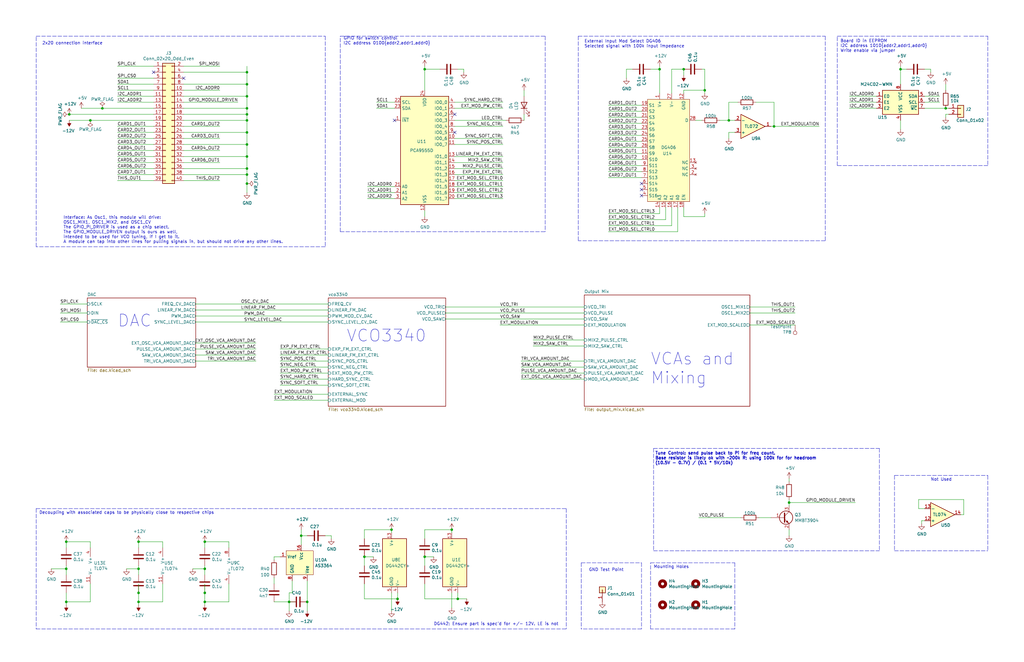
<source format=kicad_sch>
(kicad_sch (version 20230121) (generator eeschema)
  (paper "B")
  (title_block (title "Zoxnoxious 3340 Oscillator") (date "2025-02-06") (rev "0.9") (company "Zoxnoxious Engineering"))
  (junction (at 297.18 38.1))
  (junction (at 104.14 60.96))
  (junction (at 104.14 50.8))
  (junction (at 43.18 45.72))
  (junction (at 29.21 48.26))
  (junction (at 104.14 40.64))
  (junction (at 27.94 228.6))
  (junction (at 165.1 223.52))
  (junction (at 288.29 29.21))
  (junction (at 27.94 254))
  (junction (at 153.67 234.95))
  (junction (at 179.07 234.95))
  (junction (at 127 226.06))
  (junction (at 179.07 29.21))
  (junction (at 104.14 73.66))
  (junction (at 86.36 254))
  (junction (at 379.73 29.21))
  (junction (at 86.36 240.03))
  (junction (at 104.14 66.04))
  (junction (at 58.42 250.19))
  (junction (at 104.14 77.47))
  (junction (at 167.64 252.73))
  (junction (at 58.42 254))
  (junction (at 58.42 240.03))
  (junction (at 104.14 48.26))
  (junction (at 332.74 212.09))
  (junction (at 398.78 45.72))
  (junction (at 193.04 252.73))
  (junction (at 129.54 254))
  (junction (at 38.1 50.8))
  (junction (at 104.14 55.88))
  (junction (at 104.14 45.72))
  (junction (at 27.94 240.03))
  (junction (at 104.14 35.56))
  (junction (at 58.42 228.6))
  (junction (at 86.36 250.19))
  (junction (at 86.36 228.6))
  (junction (at 307.34 50.8))
  (junction (at 190.5 223.52))
  (junction (at 104.14 71.12))
  (junction (at 326.39 53.34))
  (junction (at 104.14 30.48))
  (junction (at 121.92 254))
  (junction (at 278.13 29.21))
  (no_connect (at 191.77 48.26))
  (no_connect (at 166.37 50.8))
  (no_connect (at 77.47 33.02))
  (no_connect (at 270.51 80.01))
  (no_connect (at 191.77 55.88))
  (no_connect (at 64.77 30.48))
  (no_connect (at 270.51 82.55))
  (no_connect (at 270.51 77.47))
  (wire (pts (xy 58.42 228.6) (xy 68.58 228.6)))
  (polyline (pts (xy 274.32 237.49) (xy 309.88 237.49)) (stroke (width 0) (type dash)))
  (wire (pts (xy 191.77 45.72) (xy 212.09 45.72)))
  (polyline (pts (xy 416.56 15.24) (xy 416.56 69.85)) (stroke (width 0) (type dash)))
  (wire (pts (xy 27.94 238.76) (xy 27.94 240.03)))
  (wire (pts (xy 138.43 149.86) (xy 118.11 149.86)))
  (polyline (pts (xy 275.59 232.41) (xy 370.84 232.41)) (stroke (width 0) (type dash)))
  (wire (pts (xy 64.77 68.58) (xy 49.53 68.58)))
  (wire (pts (xy 104.14 60.96) (xy 104.14 66.04)))
  (polyline (pts (xy 416.56 200.66) (xy 416.56 232.41)) (stroke (width 0) (type dash)))
  (wire (pts (xy 288.29 29.21) (xy 288.29 31.75)))
  (wire (pts (xy 38.1 254) (xy 27.94 254)))
  (polyline (pts (xy 353.06 69.85) (xy 353.06 15.24)) (stroke (width 0) (type dash)))
  (wire (pts (xy 389.89 29.21) (xy 392.43 29.21)))
  (wire (pts (xy 77.47 48.26) (xy 104.14 48.26)))
  (wire (pts (xy 64.77 50.8) (xy 38.1 50.8)))
  (wire (pts (xy 153.67 234.95) (xy 157.48 234.95)))
  (wire (pts (xy 264.16 29.21) (xy 266.7 29.21)))
  (wire (pts (xy 191.77 43.18) (xy 212.09 43.18)))
  (wire (pts (xy 92.71 58.42) (xy 77.47 58.42)))
  (wire (pts (xy 389.89 219.71) (xy 388.62 219.71)))
  (wire (pts (xy 115.57 243.84) (xy 115.57 246.38)))
  (wire (pts (xy 320.04 218.44) (xy 325.12 218.44)))
  (wire (pts (xy 379.73 50.8) (xy 379.73 54.61)))
  (polyline (pts (xy 377.19 200.66) (xy 377.19 232.41)) (stroke (width 0) (type dash)))
  (wire (pts (xy 49.53 60.96) (xy 64.77 60.96)))
  (wire (pts (xy 179.07 29.21) (xy 179.07 38.1)))
  (wire (pts (xy 49.53 76.2) (xy 64.77 76.2)))
  (wire (pts (xy 68.58 231.14) (xy 68.58 228.6)))
  (wire (pts (xy 392.43 30.48) (xy 392.43 29.21)))
  (wire (pts (xy 49.53 58.42) (xy 64.77 58.42)))
  (polyline (pts (xy 143.51 15.24) (xy 229.87 15.24)) (stroke (width 0) (type dash)))
  (wire (pts (xy 187.96 132.08) (xy 246.38 132.08)))
  (wire (pts (xy 220.98 48.26) (xy 220.98 50.8)))
  (wire (pts (xy 389.89 43.18) (xy 396.24 43.18)))
  (wire (pts (xy 153.67 223.52) (xy 165.1 223.52)))
  (wire (pts (xy 190.5 250.19) (xy 190.5 256.54)))
  (wire (pts (xy 77.47 40.64) (xy 104.14 40.64)))
  (polyline (pts (xy 377.19 200.66) (xy 416.56 200.66)) (stroke (width 0) (type dash)))
  (wire (pts (xy 82.55 128.27) (xy 138.43 128.27)))
  (wire (pts (xy 179.07 246.38) (xy 179.07 252.73)))
  (wire (pts (xy 256.54 62.23) (xy 270.51 62.23)))
  (wire (pts (xy 138.43 154.94) (xy 118.11 154.94)))
  (wire (pts (xy 191.77 71.12) (xy 212.09 71.12)))
  (wire (pts (xy 92.71 76.2) (xy 77.47 76.2)))
  (wire (pts (xy 256.54 95.25) (xy 283.21 95.25)))
  (wire (pts (xy 38.1 50.8) (xy 29.21 50.8)))
  (wire (pts (xy 288.29 91.44) (xy 297.18 91.44)))
  (wire (pts (xy 138.43 152.4) (xy 118.11 152.4)))
  (polyline (pts (xy 270.51 237.49) (xy 270.51 265.43)) (stroke (width 0) (type dash)))
  (wire (pts (xy 96.52 231.14) (xy 96.52 228.6)))
  (wire (pts (xy 58.42 254) (xy 58.42 250.19)))
  (wire (pts (xy 191.77 50.8) (xy 213.36 50.8)))
  (wire (pts (xy 139.7 226.06) (xy 139.7 227.33)))
  (wire (pts (xy 220.98 38.1) (xy 220.98 40.64)))
  (wire (pts (xy 127 226.06) (xy 129.54 226.06)))
  (polyline (pts (xy 15.24 104.14) (xy 15.24 15.24)) (stroke (width 0) (type dash)))
  (polyline (pts (xy 309.88 237.49) (xy 309.88 265.43)) (stroke (width 0) (type dash)))
  (polyline (pts (xy 245.11 237.49) (xy 270.51 237.49)) (stroke (width 0) (type dash)))
  (wire (pts (xy 283.21 29.21) (xy 288.29 29.21)))
  (wire (pts (xy 104.14 55.88) (xy 104.14 60.96)))
  (wire (pts (xy 58.42 240.03) (xy 53.34 240.03)))
  (wire (pts (xy 92.71 53.34) (xy 77.47 53.34)))
  (polyline (pts (xy 238.76 214.63) (xy 238.76 265.43)) (stroke (width 0) (type dash)))
  (wire (pts (xy 166.37 43.18) (xy 158.75 43.18)))
  (wire (pts (xy 179.07 234.95) (xy 182.88 234.95)))
  (wire (pts (xy 369.57 40.64) (xy 358.14 40.64)))
  (wire (pts (xy 246.38 160.02) (xy 219.71 160.02)))
  (wire (pts (xy 325.12 53.34) (xy 326.39 53.34)))
  (wire (pts (xy 191.77 68.58) (xy 212.09 68.58)))
  (wire (pts (xy 398.78 35.56) (xy 398.78 38.1)))
  (wire (pts (xy 58.42 238.76) (xy 58.42 240.03)))
  (polyline (pts (xy 274.32 265.43) (xy 274.32 237.49)) (stroke (width 0) (type dash)))
  (wire (pts (xy 224.79 146.05) (xy 246.38 146.05)))
  (wire (pts (xy 382.27 29.21) (xy 379.73 29.21)))
  (wire (pts (xy 86.36 240.03) (xy 81.28 240.03)))
  (wire (pts (xy 77.47 55.88) (xy 104.14 55.88)))
  (wire (pts (xy 104.14 40.64) (xy 104.14 45.72)))
  (wire (pts (xy 179.07 234.95) (xy 179.07 238.76)))
  (wire (pts (xy 379.73 27.94) (xy 379.73 29.21)))
  (wire (pts (xy 332.74 210.82) (xy 332.74 212.09)))
  (wire (pts (xy 293.37 50.8) (xy 295.91 50.8)))
  (wire (pts (xy 166.37 78.74) (xy 154.94 78.74)))
  (wire (pts (xy 49.53 33.02) (xy 64.77 33.02)))
  (wire (pts (xy 86.36 240.03) (xy 86.36 242.57)))
  (wire (pts (xy 191.77 78.74) (xy 212.09 78.74)))
  (polyline (pts (xy 275.59 189.23) (xy 275.59 232.41)) (stroke (width 0) (type dash)))
  (wire (pts (xy 326.39 53.34) (xy 345.44 53.34)))
  (wire (pts (xy 307.34 55.88) (xy 307.34 58.42)))
  (wire (pts (xy 379.73 35.56) (xy 379.73 29.21)))
  (polyline (pts (xy 15.24 214.63) (xy 238.76 214.63)) (stroke (width 0) (type dash)))
  (wire (pts (xy 256.54 92.71) (xy 280.67 92.71)))
  (wire (pts (xy 82.55 152.4) (xy 107.95 152.4)))
  (wire (pts (xy 36.83 132.08) (xy 25.4 132.08)))
  (wire (pts (xy 283.21 29.21) (xy 283.21 39.37)))
  (wire (pts (xy 77.47 50.8) (xy 104.14 50.8)))
  (polyline (pts (xy 137.16 15.24) (xy 137.16 104.14)) (stroke (width 0) (type dash)))
  (wire (pts (xy 153.67 227.33) (xy 153.67 223.52)))
  (wire (pts (xy 82.55 133.35) (xy 138.43 133.35)))
  (wire (pts (xy 77.47 45.72) (xy 104.14 45.72)))
  (wire (pts (xy 311.15 43.18) (xy 307.34 43.18)))
  (wire (pts (xy 256.54 90.17) (xy 278.13 90.17)))
  (wire (pts (xy 115.57 168.91) (xy 138.43 168.91)))
  (wire (pts (xy 264.16 29.21) (xy 264.16 33.02)))
  (wire (pts (xy 104.14 73.66) (xy 104.14 77.47)))
  (wire (pts (xy 256.54 57.15) (xy 270.51 57.15)))
  (wire (pts (xy 285.75 97.79) (xy 285.75 87.63)))
  (wire (pts (xy 278.13 90.17) (xy 278.13 87.63)))
  (wire (pts (xy 179.07 27.94) (xy 179.07 29.21)))
  (wire (pts (xy 256.54 64.77) (xy 270.51 64.77)))
  (wire (pts (xy 398.78 45.72) (xy 400.05 45.72)))
  (wire (pts (xy 307.34 43.18) (xy 307.34 50.8)))
  (polyline (pts (xy 347.98 15.24) (xy 347.98 101.6)) (stroke (width 0) (type dash)))
  (wire (pts (xy 64.77 35.56) (xy 49.53 35.56)))
  (wire (pts (xy 187.96 134.62) (xy 246.38 134.62)))
  (wire (pts (xy 96.52 246.38) (xy 96.52 254)))
  (wire (pts (xy 96.52 254) (xy 86.36 254)))
  (wire (pts (xy 77.47 60.96) (xy 104.14 60.96)))
  (wire (pts (xy 389.89 214.63) (xy 387.35 214.63)))
  (wire (pts (xy 64.77 45.72) (xy 43.18 45.72)))
  (wire (pts (xy 77.47 27.94) (xy 92.71 27.94)))
  (wire (pts (xy 288.29 38.1) (xy 297.18 38.1)))
  (wire (pts (xy 193.04 29.21) (xy 195.58 29.21)))
  (polyline (pts (xy 143.51 97.79) (xy 229.87 97.79)) (stroke (width 0) (type dash)))
  (wire (pts (xy 127 226.06) (xy 127 229.87)))
  (wire (pts (xy 58.42 240.03) (xy 58.42 242.57)))
  (wire (pts (xy 191.77 60.96) (xy 212.09 60.96)))
  (polyline (pts (xy 353.06 15.24) (xy 405.13 15.24)) (stroke (width 0) (type dash)))
  (wire (pts (xy 77.47 43.18) (xy 100.33 43.18)))
  (wire (pts (xy 121.92 250.19) (xy 123.19 250.19)))
  (polyline (pts (xy 347.98 101.6) (xy 243.84 101.6)) (stroke (width 0) (type dash)))
  (wire (pts (xy 307.34 50.8) (xy 309.88 50.8)))
  (wire (pts (xy 27.94 228.6) (xy 38.1 228.6)))
  (polyline (pts (xy 143.51 97.79) (xy 143.51 15.24)) (stroke (width 0) (type dash)))
  (wire (pts (xy 369.57 43.18) (xy 358.14 43.18)))
  (wire (pts (xy 283.21 95.25) (xy 283.21 87.63)))
  (wire (pts (xy 104.14 35.56) (xy 104.14 40.64)))
  (wire (pts (xy 64.77 73.66) (xy 49.53 73.66)))
  (wire (pts (xy 179.07 88.9) (xy 179.07 91.44)))
  (wire (pts (xy 191.77 58.42) (xy 212.09 58.42)))
  (wire (pts (xy 115.57 254) (xy 121.92 254)))
  (wire (pts (xy 297.18 39.37) (xy 297.18 38.1)))
  (wire (pts (xy 256.54 67.31) (xy 270.51 67.31)))
  (wire (pts (xy 246.38 152.4) (xy 219.71 152.4)))
  (wire (pts (xy 256.54 49.53) (xy 270.51 49.53)))
  (polyline (pts (xy 137.16 104.14) (xy 15.24 104.14)) (stroke (width 0) (type dash)))
  (wire (pts (xy 179.07 227.33) (xy 179.07 223.52)))
  (wire (pts (xy 193.04 252.73) (xy 193.04 250.19)))
  (wire (pts (xy 77.47 66.04) (xy 104.14 66.04)))
  (wire (pts (xy 36.83 128.27) (xy 25.4 128.27)))
  (wire (pts (xy 195.58 30.48) (xy 195.58 29.21)))
  (wire (pts (xy 191.77 76.2) (xy 212.09 76.2)))
  (wire (pts (xy 280.67 92.71) (xy 280.67 87.63)))
  (wire (pts (xy 77.47 71.12) (xy 104.14 71.12)))
  (wire (pts (xy 256.54 69.85) (xy 270.51 69.85)))
  (polyline (pts (xy 377.19 232.41) (xy 416.56 232.41)) (stroke (width 0) (type dash)))
  (wire (pts (xy 38.1 246.38) (xy 38.1 254)))
  (wire (pts (xy 316.23 132.08) (xy 335.28 132.08)))
  (wire (pts (xy 256.54 97.79) (xy 285.75 97.79)))
  (polyline (pts (xy 245.11 237.49) (xy 245.11 265.43)) (stroke (width 0) (type dash)))
  (wire (pts (xy 77.47 30.48) (xy 104.14 30.48)))
  (wire (pts (xy 387.35 210.82) (xy 406.4 210.82)))
  (wire (pts (xy 191.77 53.34) (xy 212.09 53.34)))
  (wire (pts (xy 297.18 38.1) (xy 297.18 29.21)))
  (wire (pts (xy 38.1 231.14) (xy 38.1 228.6)))
  (wire (pts (xy 389.89 45.72) (xy 398.78 45.72)))
  (polyline (pts (xy 405.13 69.85) (xy 353.06 69.85)) (stroke (width 0) (type dash)))
  (wire (pts (xy 127 223.52) (xy 127 226.06)))
  (polyline (pts (xy 270.51 265.43) (xy 245.11 265.43)) (stroke (width 0) (type dash)))
  (wire (pts (xy 27.94 228.6) (xy 27.94 231.14)))
  (wire (pts (xy 104.14 71.12) (xy 104.14 73.66)))
  (wire (pts (xy 288.29 39.37) (xy 288.29 38.1)))
  (wire (pts (xy 297.18 29.21) (xy 295.91 29.21)))
  (polyline (pts (xy 243.84 15.24) (xy 243.84 101.6)) (stroke (width 0) (type dash)))
  (wire (pts (xy 64.77 71.12) (xy 49.53 71.12)))
  (wire (pts (xy 104.14 77.47) (xy 104.14 81.28)))
  (wire (pts (xy 49.53 40.64) (xy 64.77 40.64)))
  (wire (pts (xy 121.92 254) (xy 121.92 250.19)))
  (wire (pts (xy 256.54 74.93) (xy 270.51 74.93)))
  (polyline (pts (xy 15.24 15.24) (xy 137.16 15.24)) (stroke (width 0) (type dash)))
  (wire (pts (xy 115.57 236.22) (xy 115.57 234.95)))
  (wire (pts (xy 191.77 73.66) (xy 212.09 73.66)))
  (wire (pts (xy 332.74 212.09) (xy 360.68 212.09)))
  (wire (pts (xy 92.71 38.1) (xy 77.47 38.1)))
  (wire (pts (xy 224.79 143.51) (xy 246.38 143.51)))
  (wire (pts (xy 256.54 72.39) (xy 270.51 72.39)))
  (wire (pts (xy 318.77 43.18) (xy 326.39 43.18)))
  (wire (pts (xy 82.55 135.89) (xy 138.43 135.89)))
  (wire (pts (xy 86.36 254) (xy 86.36 250.19)))
  (wire (pts (xy 185.42 29.21) (xy 179.07 29.21)))
  (wire (pts (xy 256.54 59.69) (xy 270.51 59.69)))
  (wire (pts (xy 104.14 66.04) (xy 104.14 71.12)))
  (wire (pts (xy 49.53 27.94) (xy 64.77 27.94)))
  (wire (pts (xy 167.64 252.73) (xy 167.64 250.19)))
  (wire (pts (xy 388.62 219.71) (xy 388.62 220.98)))
  (wire (pts (xy 398.78 48.26) (xy 400.05 48.26)))
  (wire (pts (xy 256.54 46.99) (xy 270.51 46.99)))
  (wire (pts (xy 64.77 66.04) (xy 49.53 66.04)))
  (polyline (pts (xy 309.88 265.43) (xy 274.32 265.43)) (stroke (width 0) (type dash)))
  (wire (pts (xy 256.54 54.61) (xy 270.51 54.61)))
  (polyline (pts (xy 229.87 15.24) (xy 229.87 97.79)) (stroke (width 0) (type dash)))
  (wire (pts (xy 64.77 43.18) (xy 49.53 43.18)))
  (polyline (pts (xy 243.84 15.24) (xy 347.98 15.24)) (stroke (width 0) (type dash)))
  (wire (pts (xy 153.67 252.73) (xy 167.64 252.73)))
  (wire (pts (xy 278.13 29.21) (xy 278.13 39.37)))
  (wire (pts (xy 27.94 254) (xy 27.94 250.19)))
  (wire (pts (xy 187.96 129.54) (xy 246.38 129.54)))
  (polyline (pts (xy 275.59 189.23) (xy 370.84 189.23)) (stroke (width 0) (type dash)))
  (wire (pts (xy 138.43 147.32) (xy 118.11 147.32)))
  (wire (pts (xy 332.74 212.09) (xy 332.74 213.36)))
  (wire (pts (xy 288.29 87.63) (xy 288.29 91.44)))
  (wire (pts (xy 332.74 223.52) (xy 332.74 226.06)))
  (wire (pts (xy 115.57 234.95) (xy 118.11 234.95)))
  (polyline (pts (xy 406.4 15.24) (xy 416.56 15.24)) (stroke (width 0) (type dash)))
  (wire (pts (xy 68.58 246.38) (xy 68.58 254)))
  (wire (pts (xy 43.18 45.72) (xy 34.29 45.72)))
  (wire (pts (xy 104.14 48.26) (xy 104.14 50.8)))
  (wire (pts (xy 104.14 27.94) (xy 104.14 30.48)))
  (wire (pts (xy 191.77 81.28) (xy 212.09 81.28)))
  (wire (pts (xy 405.13 217.17) (xy 406.4 217.17)))
  (wire (pts (xy 118.11 160.02) (xy 138.43 160.02)))
  (wire (pts (xy 27.94 255.27) (xy 27.94 254)))
  (wire (pts (xy 86.36 228.6) (xy 96.52 228.6)))
  (wire (pts (xy 406.4 210.82) (xy 406.4 217.17)))
  (wire (pts (xy 153.67 246.38) (xy 153.67 252.73)))
  (wire (pts (xy 316.23 129.54) (xy 335.28 129.54)))
  (wire (pts (xy 64.77 53.34) (xy 49.53 53.34)))
  (wire (pts (xy 77.47 35.56) (xy 104.14 35.56)))
  (wire (pts (xy 309.88 55.88) (xy 307.34 55.88)))
  (polyline (pts (xy 15.24 265.43) (xy 238.76 265.43)) (stroke (width 0) (type dash)))
  (wire (pts (xy 396.24 40.64) (xy 389.89 40.64)))
  (wire (pts (xy 118.11 157.48) (xy 138.43 157.48)))
  (wire (pts (xy 64.77 48.26) (xy 29.21 48.26)))
  (wire (pts (xy 129.54 245.11) (xy 129.54 254)))
  (wire (pts (xy 294.64 218.44) (xy 312.42 218.44)))
  (polyline (pts (xy 416.56 69.85) (xy 405.13 69.85)) (stroke (width 0) (type dash)))
  (wire (pts (xy 332.74 201.93) (xy 332.74 203.2)))
  (wire (pts (xy 104.14 30.48) (xy 104.14 35.56)))
  (wire (pts (xy 121.92 254) (xy 121.92 257.81)))
  (wire (pts (xy 158.75 45.72) (xy 166.37 45.72)))
  (wire (pts (xy 82.55 144.78) (xy 107.95 144.78)))
  (wire (pts (xy 92.71 63.5) (xy 77.47 63.5)))
  (wire (pts (xy 82.55 130.81) (xy 138.43 130.81)))
  (wire (pts (xy 86.36 255.27) (xy 86.36 254)))
  (wire (pts (xy 58.42 255.27) (xy 58.42 254)))
  (wire (pts (xy 129.54 254) (xy 129.54 257.81)))
  (wire (pts (xy 77.47 68.58) (xy 92.71 68.58)))
  (wire (pts (xy 166.37 81.28) (xy 154.94 81.28)))
  (polyline (pts (xy 15.24 214.63) (xy 15.24 265.43)) (stroke (width 0) (type dash)))
  (wire (pts (xy 297.18 90.17) (xy 297.18 91.44)))
  (wire (pts (xy 27.94 240.03) (xy 27.94 242.57)))
  (wire (pts (xy 191.77 66.04) (xy 212.09 66.04)))
  (wire (pts (xy 210.82 137.16) (xy 246.38 137.16)))
  (wire (pts (xy 190.5 223.52) (xy 190.5 224.79)))
  (wire (pts (xy 387.35 214.63) (xy 387.35 210.82)))
  (polyline (pts (xy 370.84 189.23) (xy 370.84 232.41)) (stroke (width 0) (type dash)))
  (wire (pts (xy 58.42 246.38) (xy 58.42 250.19)))
  (wire (pts (xy 179.07 252.73) (xy 193.04 252.73)))
  (wire (pts (xy 77.47 73.66) (xy 104.14 73.66)))
  (wire (pts (xy 278.13 29.21) (xy 278.13 27.94)))
  (wire (pts (xy 165.1 223.52) (xy 165.1 224.79)))
  (wire (pts (xy 165.1 250.19) (xy 165.1 257.81)))
  (wire (pts (xy 398.78 49.53) (xy 398.78 48.26)))
  (wire (pts (xy 86.36 246.38) (xy 86.36 250.19)))
  (wire (pts (xy 256.54 44.45) (xy 270.51 44.45)))
  (wire (pts (xy 246.38 157.48) (xy 219.71 157.48)))
  (wire (pts (xy 25.4 135.89) (xy 36.83 135.89)))
  (wire (pts (xy 49.53 55.88) (xy 64.77 55.88)))
  (wire (pts (xy 326.39 43.18) (xy 326.39 53.34)))
  (wire (pts (xy 179.07 223.52) (xy 190.5 223.52)))
  (wire (pts (xy 274.32 29.21) (xy 278.13 29.21)))
  (wire (pts (xy 104.14 45.72) (xy 104.14 48.26)))
  (wire (pts (xy 115.57 166.37) (xy 138.43 166.37)))
  (wire (pts (xy 86.36 238.76) (xy 86.36 240.03)))
  (wire (pts (xy 68.58 254) (xy 58.42 254)))
  (wire (pts (xy 104.14 50.8) (xy 104.14 55.88)))
  (wire (pts (xy 137.16 226.06) (xy 139.7 226.06)))
  (wire (pts (xy 303.53 50.8) (xy 307.34 50.8)))
  (wire (pts (xy 256.54 52.07) (xy 270.51 52.07)))
  (wire (pts (xy 196.85 252.73) (xy 193.04 252.73)))
  (wire (pts (xy 49.53 38.1) (xy 64.77 38.1)))
  (wire (pts (xy 21.59 240.03) (xy 27.94 240.03)))
  (wire (pts (xy 191.77 83.82) (xy 212.09 83.82)))
  (wire (pts (xy 82.55 147.32) (xy 107.95 147.32)))
  (wire (pts (xy 166.37 83.82) (xy 154.94 83.82)))
  (wire (pts (xy 246.38 154.94) (xy 219.71 154.94)))
  (wire (pts (xy 58.42 231.14) (xy 58.42 228.6)))
  (wire (pts (xy 118.11 162.56) (xy 138.43 162.56)))
  (wire (pts (xy 86.36 231.14) (xy 86.36 228.6)))
  (wire (pts (xy 123.19 250.19) (xy 123.19 245.11)))
  (wire (pts (xy 369.57 45.72) (xy 358.14 45.72)))
  (wire (pts (xy 316.23 137.16) (xy 335.28 137.16)))
  (wire (pts (xy 153.67 234.95) (xy 153.67 238.76)))
  (wire (pts (xy 49.53 63.5) (xy 64.77 63.5)))
  (wire (pts (xy 82.55 149.86) (xy 107.95 149.86)))
  (wire (pts (xy 124.46 254) (xy 121.92 254)))
  (text "Tune Control: send pulse back to Pi for freq count.\nBase resistor is likely ok with ~200k R; using 100k for for headroom\n(10.5V - 0.7V) / (0.1 * 5V/10k)" (at 276.225 196.215 0) (effects (font (size 1.27 1.27) (thickness 0.254) bold) (justify left bottom)))
  (text "External Input Mod Select DG406\nSelected signal with 100k input impedance" (at 246.38 20.32 0) (effects (font (size 1.27 1.27)) (justify left bottom)))
  (text "Decoupling with associated caps to be physically close to respective chips" (at 16.51 217.17 0) (effects (font (size 1.27 1.27)) (justify left bottom)))
  (text "DG442: Ensure part is spec’d for +/- 12V. LE is not" (at 182.88 264.16 0) (effects (font (size 1.27 1.27)) (justify left bottom)))
  (text "2x20 connection interface" (at 17.78 19.05 0) (effects (font (size 1.27 1.27)) (justify left bottom)))
  (text "VCO3340" (at 146.05 144.78 0) (effects (font (size 5.0038 5.0038)) (justify left bottom)))
  (text "VCAs and\nMixing" (at 274.32 162.56 0) (effects (font (size 5.0038 5.0038)) (justify left bottom)))
  (text "GPIO for switch control\nI2C address 0100{addr2,addr1,addr0}" (at 144.78 19.05 0) (effects (font (size 1.27 1.27)) (justify left bottom)))
  (text "Not Used" (at 392.43 203.2 0) (effects (font (size 1.27 1.27)) (justify left bottom)))
  (text "Mounting Holes" (at 275.59 240.03 0) (effects (font (size 1.27 1.27)) (justify left bottom)))
  (text "GND Test Point" (at 248.285 241.3 0) (effects (font (size 1.27 1.27)) (justify left bottom)))
  (text "Board ID in EEPROM\nI2C address 1010{addr2,addr1,addr0}\nWrite enable via jumper" (at 354.33 22.225 0) (effects (font (size 1.27 1.27)) (justify left bottom)))
  (text "Interface: As Osc1, this module will drive:\nOSC1_MIX1, OSC1_MIX2, and OSC1_CV\nThe GPIO_PI_DRIVER is used as a chip select.\nThe GPIO_MODULE_DRIVEN output is ours as well,\nintended to be used for VCO tuning, if I get to it.\nA module can tap into other lines for pulling signals in, but should not drive any other lines." (at 26.67 102.87 0) (effects (font (size 1.27 1.27)) (justify left bottom)))
  (text "DAC" (at 49.53 138.43 0) (effects (font (size 5.0038 5.0038)) (justify left bottom)))
  (label "EXT_MOD_SEL_CTRL1" (at 256.54 95.25 0))
  (label "SPI_MOSI" (at 25.4 132.08 0))
  (label "TRI_VCA_AMOUNT_DAC" (at 107.95 152.4 180))
  (label "CARD3_OUT1" (at 92.71 58.42 180))
  (label "LINEAR_FM_DAC" (at 101.6 130.81 0))
  (label "SPI_CS0" (at 25.4 135.89 0))
  (label "CARD4_OUT2" (at 256.54 62.23 0))
  (label "GPIO_MODULE_DRIVEN" (at 360.68 212.09 180))
  (label "EXT_MOD_PW_CTRL" (at 118.11 157.48 0))
  (label "TRI_VCA_AMOUNT_DAC" (at 219.71 152.4 0))
  (label "SCL1" (at 49.53 38.1 0))
  (label "VCO_PULSE" (at 210.82 132.08 0))
  (label "CARD5_OUT1" (at 256.54 64.77 0))
  (label "CARD1_OUT2" (at 92.71 53.34 180))
  (label "EXT_MOD_SEL_CTRL1" (at 212.09 78.74 180))
  (label "SAW_VCA_AMOUNT_DAC" (at 219.71 154.94 0))
  (label "PWM_DAC" (at 102.87 133.35 0))
  (label "SYNC_NEG_CTRL" (at 118.11 154.94 0))
  (label "CARD2_OUT1" (at 256.54 49.53 0))
  (label "EXT_MOD_SEL_CTRL0" (at 212.09 76.2 180))
  (label "CARD5_OUT2" (at 49.53 68.58 0))
  (label "LED_CTRL" (at 212.09 50.8 180))
  (label "EXT_MODULATION" (at 115.57 166.37 0))
  (label "EXT_OSC_VCA_AMOUNT_DAC" (at 107.95 144.78 180))
  (label "CARD2_OUT1" (at 49.53 55.88 0))
  (label "EXT_MODULATION" (at 345.44 53.34 180))
  (label "MIX2_PULSE_CTRL" (at 224.79 143.51 0))
  (label "CARD7_OUT1" (at 256.54 74.93 0))
  (label "EXT_MOD_SEL_CTRL3" (at 256.54 90.17 0))
  (label "MIX2_SAW_CTRL" (at 212.09 68.58 180))
  (label "I2C_ADDR0" (at 358.14 40.64 0))
  (label "CARD2_OUT2" (at 49.53 58.42 0))
  (label "VCO_PULSE" (at 294.64 218.44 0))
  (label "EXT_MOD_SCALED" (at 335.28 137.16 180))
  (label "CARD6_OUT1" (at 92.71 68.58 180))
  (label "GPIO_MODULE_DRIVEN" (at 100.33 43.18 180))
  (label "I2C_ADDR0" (at 154.94 78.74 0))
  (label "SAW_VCA_AMOUNT_DAC" (at 107.95 149.86 180))
  (label "I2C_ADDR1" (at 358.14 43.18 0))
  (label "CARD3_OUT2" (at 256.54 57.15 0))
  (label "I2C_ADDR0" (at 92.71 38.1 180))
  (label "CARD7_OUT1" (at 49.53 73.66 0))
  (label "SYNC_NEG_CTRL" (at 212.09 53.34 180))
  (label "SDA1" (at 49.53 35.56 0))
  (label "I2C_ADDR2" (at 358.14 45.72 0))
  (label "EXT_MOD_SEL_CTRL2" (at 212.09 81.28 180))
  (label "CARD6_OUT1" (at 256.54 69.85 0))
  (label "CARD5_OUT2" (at 256.54 67.31 0))
  (label "CARD4_OUT2" (at 92.71 63.5 180))
  (label "CARD4_OUT1" (at 49.53 63.5 0))
  (label "MIX2_PULSE_CTRL" (at 212.09 71.12 180))
  (label "VCO_SAW" (at 210.82 134.62 0))
  (label "CARD4_OUT1" (at 256.54 59.69 0))
  (label "EXP_FM_EXT_CTRL" (at 118.11 147.32 0))
  (label "CARD6_OUT2" (at 256.54 72.39 0))
  (label "SYNC_SOFT_CTRL" (at 212.09 58.42 180))
  (label "OSC_CV_DAC" (at 101.6 128.27 0))
  (label "SCL1" (at 158.75 43.18 0))
  (label "EXT_MOD_SEL_CTRL3" (at 212.09 83.82 180))
  (label "EXT_MOD_SEL_CTRL0" (at 256.54 97.79 0))
  (label "SPI_CLK" (at 25.4 128.27 0))
  (label "SDA1" (at 158.75 45.72 0))
  (label "SPI_CS0" (at 49.53 33.02 0))
  (label "THIS_OUT1" (at 49.53 76.2 0))
  (label "SDA1" (at 396.24 40.64 180))
  (label "CARD1_OUT1" (at 256.54 44.45 0))
  (label "LINEAR_FM_EXT_CTRL" (at 212.09 66.04 180))
  (label "LINEAR_FM_EXT_CTRL" (at 118.11 149.86 0))
  (label "SYNC_HARD_CTRL" (at 118.11 160.02 0))
  (label "EXT_OSC_VCA_AMOUNT_DAC" (at 219.71 160.02 0))
  (label "SCL1" (at 396.24 43.18 180))
  (label "SPI_CLK" (at 49.53 27.94 0))
  (label "PULSE_VCA_AMOUNT_DAC" (at 107.95 147.32 180))
  (label "SPI_MOSI" (at 92.71 27.94 180))
  (label "SYNC_HARD_CTRL" (at 212.09 43.18 180))
  (label "EXT_MODULATION" (at 210.82 137.16 0))
  (label "THIS_OUT2" (at 92.71 76.2 180))
  (label "CARD3_OUT1" (at 256.54 54.61 0))
  (label "SYNC_POS_CTRL" (at 212.09 60.96 180))
  (label "EXT_MOD_SCALED" (at 115.57 168.91 0))
  (label "EXT_MOD_SEL_CTRL2" (at 256.54 92.71 0))
  (label "THIS_OUT1" (at 335.28 129.54 180))
  (label "EXP_FM_EXT_CTRL" (at 212.09 73.66 180))
  (label "VCO_TRI" (at 210.82 129.54 0))
  (label "CARD2_OUT2" (at 256.54 52.07 0))
  (label "SYNC_POS_CTRL" (at 118.11 152.4 0))
  (label "PULSE_VCA_AMOUNT_DAC" (at 219.71 157.48 0))
  (label "I2C_ADDR2" (at 154.94 83.82 0))
  (label "SYNC_LEVEL_DAC" (at 102.87 135.89 0))
  (label "CARD6_OUT2" (at 49.53 71.12 0))
  (label "EXT_MOD_PW_CTRL" (at 212.09 45.72 180))
  (label "I2C_ADDR1" (at 49.53 40.64 0))
  (label "I2C_ADDR1" (at 154.94 81.28 0))
  (label "CARD1_OUT2" (at 256.54 46.99 0))
  (label "CARD1_OUT1" (at 49.53 53.34 0))
  (label "THIS_OUT2" (at 335.28 132.08 180))
  (label "CARD3_OUT2" (at 49.53 60.96 0))
  (label "MIX2_SAW_CTRL" (at 224.79 146.05 0))
  (label "CARD5_OUT1" (at 49.53 66.04 0))
  (label "SYNC_SOFT_CTRL" (at 118.11 162.56 0))
  (label "I2C_ADDR2" (at 49.53 43.18 0))
  (symbol (lib_id "power:GND") (at 179.07 91.44 0) (unit 1)
    (property "Reference" "#PWR027" (effects hide))
    (property "Value" "GND" (at 179.197 95.8342 0))
  )
  (symbol (lib_id "Device:C") (at 189.23 29.21 270) (unit 1)
    (property "Reference" "C48" (at 190.3984 32.131 0) (effects (justify left)))
    (property "Value" "0.1u" (at 188.087 32.131 0) (effects (justify left)))
    (property "Footprint" "Capacitor_SMD:C_0603_1608Metric" (effects hide))
    (property "LCSC" "C14663" (effects hide))
  )
  (symbol (lib_id "power:GND") (at 195.58 30.48 0) (unit 1)
    (property "Reference" "#PWR028" (effects hide))
    (property "Value" "GND" (at 195.707 34.8742 0))
  )
  (symbol (lib_id "Interface_Expansion:PCA9555D") (at 179.07 63.5 0) (unit 1)
    (property "Reference" "U11" (at 177.8 59.69 0))
    (property "Value" "PCA9555D" (at 177.8 63.5 0))
    (property "Footprint" "Package_SO:TSSOP-24_4.4x7.8mm_P0.65mm" (effects hide))
    (property "Datasheet" "https://www.nxp.com/docs/en/data-sheet/PCA9555.pdf" (effects hide))
    (property "LCSC" "C83265" (effects hide))
  )
  (symbol (lib_id "power:+5V") (at 332.74 201.93 0) (unit 1)
    (property "Reference" "#PWR037" (effects hide))
    (property "Value" "+5V" (at 333.121 197.5358 0))
  )
  (symbol (lib_id "Connector_Generic:Conn_02x20_Odd_Even") (at 69.85 50.8 0) (unit 1)
    (property "Reference" "J3" (at 71.12 22.4282 0))
    (property "Value" "Conn_02x20_Odd_Even" (at 71.12 24.7396 0))
    (property "Footprint" "Connector_PinHeader_2.54mm:PinHeader_2x20_P2.54mm_Horizontal" (effects hide))
  )
  (symbol (lib_id "power:GND") (at 104.14 81.28 0) (unit 1)
    (property "Reference" "#PWR0118" (effects hide))
    (property "Value" "GND" (at 104.267 85.6742 0))
  )
  (symbol (lib_id "power:+5V") (at 34.29 45.72 0) (unit 1)
    (property "Reference" "#PWR0120" (effects hide))
    (property "Value" "+5V" (at 34.671 41.3258 0))
  )
  (symbol (lib_id "power:+12V") (at 29.21 48.26 0) (unit 1)
    (property "Reference" "#PWR0117" (effects hide))
    (property "Value" "+12V" (at 29.591 43.8658 0))
  )
  (symbol (lib_id "power:-12V") (at 29.21 50.8 180) (unit 1)
    (property "Reference" "#PWR0119" (effects hide))
    (property "Value" "-12V" (at 28.829 55.1942 0))
  )
  (symbol (lib_id "power:PWR_FLAG") (at 43.18 45.72 0) (unit 1)
    (property "Reference" "#FLG0101" (effects hide))
    (property "Value" "PWR_FLAG" (at 43.18 41.91 0))
  )
  (symbol (lib_id "power:PWR_FLAG") (at 29.21 48.26 90) (unit 1)
    (property "Reference" "#FLG0102" (effects hide))
    (property "Value" "PWR_FLAG" (at 25.4 48.26 0))
  )
  (symbol (lib_id "power:PWR_FLAG") (at 38.1 50.8 180) (unit 1)
    (property "Reference" "#FLG0103" (effects hide))
    (property "Value" "PWR_FLAG" (at 38.1 54.61 0))
  )
  (symbol (lib_id "power:PWR_FLAG") (at 104.14 77.47 270) (unit 1)
    (property "Reference" "#FLG0104" (effects hide))
    (property "Value" "PWR_FLAG" (at 107.95 77.47 0))
  )
  (symbol (lib_id "power:+5V") (at 179.07 27.94 0) (unit 1)
    (property "Reference" "#PWR026" (effects hide))
    (property "Value" "+5V" (at 179.451 23.5458 0))
  )
  (symbol (lib_id "Device:R") (at 217.17 50.8 270) (unit 1)
    (property "Reference" "R45" (at 217.17 56.0578 90))
    (property "Value" "4k7" (at 217.17 53.7464 90))
    (property "Footprint" "Resistor_SMD:R_0603_1608Metric" (effects hide))
    (property "LCSC" "C23162" (effects hide))
  )
  (symbol (lib_id "Device:LED") (at 220.98 44.45 90) (unit 1)
    (property "Reference" "D4" (at 215.4682 44.6278 0))
    (property "Value" "LED" (at 217.7796 44.6278 0))
    (property "Footprint" "LED_SMD:LED_0603_1608Metric" (effects hide))
    (property "LCSC" "C2286" (effects hide))
  )
  (symbol (lib_id "power:+5V") (at 220.98 38.1 0) (unit 1)
    (property "Reference" "#PWR0112" (effects hide))
    (property "Value" "+5V" (at 221.361 33.7058 0))
  )
  (symbol (lib_id "power:GND") (at 379.73 54.61 0) (unit 1)
    (property "Reference" "#PWR0124" (effects hide))
    (property "Value" "GND" (at 379.857 59.0042 0))
  )
  (symbol (lib_id "power:+5V") (at 379.73 27.94 0) (unit 1)
    (property "Reference" "#PWR0126" (effects hide))
    (property "Value" "+5V" (at 380.111 23.5458 0))
  )
  (symbol (lib_id "Device:C") (at 386.08 29.21 270) (unit 1)
    (property "Reference" "C47" (at 387.2484 32.131 0) (effects (justify left)))
    (property "Value" "0.1u" (at 384.937 32.131 0) (effects (justify left)))
    (property "Footprint" "Capacitor_SMD:C_0603_1608Metric" (effects hide))
    (property "LCSC" "C14663" (effects hide))
  )
  (symbol (lib_id "power:GND") (at 392.43 30.48 0) (unit 1)
    (property "Reference" "#PWR0125" (effects hide))
    (property "Value" "GND" (at 392.557 34.8742 0))
  )
  (symbol (lib_id "Memory_EEPROM:M24C02-WMN") (at 379.73 43.18 0) (unit 1)
    (property "Reference" "U15" (at 372.11 49.53 0))
    (property "Value" "M24C02-WMN" (at 369.57 35.56 0))
    (property "Footprint" "Package_SO:SOIC-8_3.9x4.9mm_P1.27mm" (effects hide))
    (property "Datasheet" "http://www.st.com/content/ccc/resource/technical/document/datasheet/b0/d8/50/40/5a/85/49/6f/DM00071904.pdf/files/DM00071904.pdf/jcr:content/translations/en.DM00071904.pdf" (effects hide))
    (property "LCSC" "C7562" (effects hide))
  )
  (symbol (lib_id "power:GND") (at 398.78 49.53 0) (unit 1)
    (property "Reference" "#PWR08" (effects hide))
    (property "Value" "GND" (at 398.907 53.9242 0))
  )
  (symbol (lib_id "Mechanical:MountingHole") (at 279.4 246.38 0) (unit 1)
    (property "Reference" "H4" (at 281.94 245.2116 0) (effects (justify left)))
    (property "Value" "MountingHole" (at 281.94 247.523 0) (effects (justify left)))
    (property "Footprint" "MountingHole:MountingHole_3.2mm_M3" (effects hide))
  )
  (symbol (lib_id "Mechanical:MountingHole") (at 293.37 246.38 0) (unit 1)
    (property "Reference" "H3" (at 295.91 245.2116 0) (effects (justify left)))
    (property "Value" "MountingHole" (at 295.91 247.523 0) (effects (justify left)))
    (property "Footprint" "MountingHole:MountingHole_3.2mm_M3" (effects hide))
  )
  (symbol (lib_id "Mechanical:MountingHole") (at 293.37 255.27 0) (unit 1)
    (property "Reference" "H1" (at 295.91 254.1016 0) (effects (justify left)))
    (property "Value" "MountingHole" (at 295.91 256.413 0) (effects (justify left)))
    (property "Footprint" "MountingHole:MountingHole_3.2mm_M3" (effects hide))
  )
  (symbol (lib_id "Mechanical:MountingHole") (at 279.4 255.27 0) (unit 1)
    (property "Reference" "H2" (at 281.94 254.1016 0) (effects (justify left)))
    (property "Value" "MountingHole" (at 281.94 256.413 0) (effects (justify left)))
    (property "Footprint" "MountingHole:MountingHole_3.2mm_M3" (effects hide))
  )
  (symbol (lib_id "power:GND") (at 165.1 257.81 0) (unit 1)
    (property "Reference" "#PWR0101" (effects hide))
    (property "Value" "GND" (at 165.227 262.2042 0))
  )
  (symbol (lib_id "power:+12V") (at 165.1 223.52 0) (unit 1)
    (property "Reference" "#PWR0102" (effects hide))
    (property "Value" "+12V" (at 165.481 219.1258 0))
  )
  (symbol (lib_id "power:-12V") (at 167.64 252.73 180) (unit 1)
    (property "Reference" "#PWR0103" (effects hide))
    (property "Value" "-12V" (at 167.259 257.1242 0))
  )
  (symbol (lib_id "Device:C") (at 153.67 231.14 0) (unit 1)
    (property "Reference" "C21" (at 156.591 229.9716 0) (effects (justify left)))
    (property "Value" "0.1u" (at 156.591 232.283 0) (effects (justify left)))
    (property "Footprint" "Capacitor_SMD:C_0603_1608Metric" (effects hide))
    (property "LCSC" "C14663" (effects hide))
  )
  (symbol (lib_id "Device:C") (at 153.67 242.57 0) (unit 1)
    (property "Reference" "C45" (at 156.591 241.4016 0) (effects (justify left)))
    (property "Value" "0.1u" (at 156.591 243.713 0) (effects (justify left)))
    (property "Footprint" "Capacitor_SMD:C_0603_1608Metric" (effects hide))
    (property "LCSC" "C14663" (effects hide))
  )
  (symbol (lib_id "power:GND") (at 157.48 234.95 0) (unit 1)
    (property "Reference" "#PWR0104" (effects hide))
    (property "Value" "GND" (at 157.607 239.3442 0))
  )
  (symbol (lib_id "Analog_Switch:DG441xJ") (at 165.1 237.49 0) (unit 5)
    (property "Reference" "U8" (at 165.1 236.22 0) (effects (justify left)))
    (property "Value" "DG442CY+" (at 162.56 238.76 0) (effects (justify left)))
    (property "Footprint" "Package_SO:SOIC-16_3.9x9.9mm_P1.27mm" (effects hide))
    (property "Datasheet" "https://datasheets.maximintegrated.com/en/ds/DG441-DG442.pdf" (effects hide))
    (property "Digikey" "DG442CY+-ND" (effects hide))
    (property "LCSC" "C2673321" (effects hide))
  )
  (symbol (lib_id "power:GND") (at 190.5 256.54 0) (unit 1)
    (property "Reference" "#PWR0105" (effects hide))
    (property "Value" "GND" (at 190.627 260.9342 0))
  )
  (symbol (lib_id "power:+12V") (at 190.5 223.52 0) (unit 1)
    (property "Reference" "#PWR0106" (effects hide))
    (property "Value" "+12V" (at 190.881 219.1258 0))
  )
  (symbol (lib_id "power:-12V") (at 196.85 252.73 180) (unit 1)
    (property "Reference" "#PWR0107" (effects hide))
    (property "Value" "-12V" (at 196.469 257.1242 0))
  )
  (symbol (lib_id "Device:C") (at 179.07 231.14 0) (unit 1)
    (property "Reference" "C9" (at 181.991 229.9716 0) (effects (justify left)))
    (property "Value" "0.1u" (at 181.991 232.283 0) (effects (justify left)))
    (property "Footprint" "Capacitor_SMD:C_0603_1608Metric" (effects hide))
    (property "LCSC" "C14663" (effects hide))
  )
  (symbol (lib_id "Device:C") (at 179.07 242.57 0) (unit 1)
    (property "Reference" "C19" (at 181.991 241.4016 0) (effects (justify left)))
    (property "Value" "0.1u" (at 181.991 243.713 0) (effects (justify left)))
    (property "Footprint" "Capacitor_SMD:C_0603_1608Metric" (effects hide))
    (property "LCSC" "C14663" (effects hide))
  )
  (symbol (lib_id "power:GND") (at 182.88 234.95 0) (unit 1)
    (property "Reference" "#PWR0108" (effects hide))
    (property "Value" "GND" (at 183.007 239.3442 0))
  )
  (symbol (lib_id "Analog_Switch:DG441xJ") (at 190.5 237.49 0) (unit 5)
    (property "Reference" "U1" (at 190.5 236.22 0) (effects (justify left)))
    (property "Value" "DG442CY+" (at 187.96 238.76 0) (effects (justify left)))
    (property "Footprint" "Package_SO:SOIC-16_3.9x9.9mm_P1.27mm" (effects hide))
    (property "Datasheet" "https://datasheets.maximintegrated.com/en/ds/DG441-DG442.pdf" (effects hide))
    (property "Digikey" "DG442CY+-ND" (effects hide))
    (property "LCSC" "C2673321" (effects hide))
  )
  (symbol (lib_id "power:+5V") (at 297.18 90.17 0) (unit 1)
    (property "Reference" "#PWR07" (effects hide))
    (property "Value" "+5V" (at 297.561 85.7758 0))
  )
  (symbol (lib_id "Device:C") (at 125.73 254 90) (unit 1)
    (property "Reference" "C40" (at 127 250.19 90) (effects (justify left)))
    (property "Value" "0.1u" (at 128.27 257.81 90) (effects (justify left)))
    (property "Footprint" "Capacitor_SMD:C_0603_1608Metric" (effects hide))
    (property "LCSC" "C14663" (effects hide))
  )
  (symbol (lib_id "power:GND") (at 53.34 240.03 0) (unit 1)
    (property "Reference" "#PWR044" (effects hide))
    (property "Value" "GND" (at 53.467 244.4242 0))
  )
  (symbol (lib_id "power:-12V") (at 288.29 31.75 180) (unit 1)
    (property "Reference" "#PWR081" (effects hide))
    (property "Value" "-12V" (at 287.909 36.1442 0))
  )
  (symbol (lib_id "z3340:DG406") (at 281.94 66.04 0) (unit 1)
    (property "Reference" "U14" (at 279.4 64.77 0) (effects (justify left)))
    (property "Value" "DG406" (at 281.94 62.23 0))
    (property "Footprint" "Package_SO:SOIC-28W_7.5x17.9mm_P1.27mm" (effects hide))
    (property "LCSC" "C426318" (effects hide))
  )
  (symbol (lib_id "power:+12V") (at 86.36 228.6 0) (unit 1)
    (property "Reference" "#PWR032" (effects hide))
    (property "Value" "+12V" (at 86.741 224.2058 0))
  )
  (symbol (lib_id "Device:R") (at 332.74 207.01 180) (unit 1)
    (property "Reference" "R48" (at 328.93 205.74 0))
    (property "Value" "10k" (at 328.93 208.28 0))
    (property "Footprint" "Resistor_SMD:R_0603_1608Metric" (effects hide))
    (property "LCSC" "C25804" (effects hide))
  )
  (symbol (lib_id "Amplifier_Operational:TL074") (at 397.51 217.17 0) (mirror x) (unit 4)
    (property "Reference" "U5" (at 398.78 221.615 0))
    (property "Value" "TL074" (at 396.24 217.17 0))
    (property "Footprint" "Package_SO:TSSOP-14_4.4x5mm_P0.65mm" (effects hide))
    (property "Datasheet" "http://www.ti.com/lit/ds/symlink/tl071.pdf" (effects hide))
    (property "LCSC" "C96507" (effects hide))
  )
  (symbol (lib_id "power:+12V") (at 278.13 27.94 0) (unit 1)
    (property "Reference" "#PWR080" (effects hide))
    (property "Value" "+12V" (at 278.511 23.5458 0))
  )
  (symbol (lib_id "Device:C") (at 270.51 29.21 270) (unit 1)
    (property "Reference" "C44" (at 271.6784 32.131 0) (effects (justify left)))
    (property "Value" "0.1u" (at 269.367 32.131 0) (effects (justify left)))
    (property "Footprint" "Capacitor_SMD:C_0603_1608Metric" (effects hide))
    (property "LCSC" "C14663" (effects hide))
  )
  (symbol (lib_id "Device:R") (at 115.57 240.03 180) (unit 1)
    (property "Reference" "R40" (at 111.76 240.03 0))
    (property "Value" "100" (at 111.76 242.57 0))
    (property "Footprint" "Resistor_SMD:R_0603_1608Metric" (effects hide))
    (property "LCSC" "C22775" (effects hide))
  )
  (symbol (lib_id "Amplifier_Operational:TL072") (at 317.5 53.34 0) (mirror x) (unit 1)
    (property "Reference" "U9" (at 318.77 58.42 0))
    (property "Value" "TL072" (at 316.865 53.34 0))
    (property "Footprint" "Package_SO:SSOP-8_3.9x5.05mm_P1.27mm" (effects hide))
    (property "Datasheet" "http://www.ti.com/lit/ds/symlink/tl071.pdf" (effects hide))
    (property "LCSC" "C6961" (effects hide))
  )
  (symbol (lib_id "Device:C") (at 58.42 246.38 0) (unit 1)
    (property "Reference" "C13" (at 61.341 245.2116 0) (effects (justify left)))
    (property "Value" "0.1u" (at 61.341 247.523 0) (effects (justify left)))
    (property "Footprint" "Capacitor_SMD:C_0603_1608Metric" (effects hide))
    (property "LCSC" "C14663" (effects hide))
  )
  (symbol (lib_id "Amplifier_Operational:TL072") (at 99.06 238.76 0) (unit 3)
    (property "Reference" "U9" (at 97.155 237.5479 0) (effects (justify left)))
    (property "Value" "TL072" (at 97.155 239.9721 0) (effects (justify left)))
    (property "Footprint" "Package_SO:SSOP-8_3.9x5.05mm_P1.27mm" (effects hide))
    (property "Datasheet" "http://www.ti.com/lit/ds/symlink/tl071.pdf" (effects hide))
    (property "LCSC" "C6961" (effects hide))
  )
  (symbol (lib_id "Transistor_BJT:MMBT3904") (at 330.2 218.44 0) (unit 1)
    (property "Reference" "Q3" (at 335.0514 217.2279 0) (effects (justify left)))
    (property "Value" "MMBT3904" (at 335.0514 219.6521 0) (effects (justify left)))
    (property "Footprint" "Package_TO_SOT_SMD:SOT-23" (effects hide))
    (property "Datasheet" "https://www.onsemi.com/pdf/datasheet/pzt3904-d.pdf" (effects hide))
    (property "LCSC" "C20526" (effects hide))
  )
  (symbol (lib_id "power:GND") (at 21.59 240.03 0) (unit 1)
    (property "Reference" "#PWR01" (effects hide))
    (property "Value" "GND" (at 21.717 244.4242 0))
  )
  (symbol (lib_id "Connector_Generic:Conn_01x01") (at 254 248.92 90) (unit 1)
    (property "Reference" "J1" (at 256.032 248.0853 90) (effects (justify right)))
    (property "Value" "Conn_01x01" (at 256.032 250.6222 90) (effects (justify right)))
    (property "Footprint" "Connector_PinHeader_2.54mm:PinHeader_1x01_P2.54mm_Vertical" (effects hide))
  )
  (symbol (lib_id "Amplifier_Operational:TL074") (at 40.64 238.76 0) (unit 5)
    (property "Reference" "U13" (at 39.5732 237.5916 0) (effects (justify left)))
    (property "Value" "TL074" (at 39.5732 239.903 0) (effects (justify left)))
    (property "Footprint" "Package_SO:TSSOP-14_4.4x5mm_P0.65mm" (effects hide))
    (property "Datasheet" "http://www.ti.com/lit/ds/symlink/tl071.pdf" (effects hide))
    (property "LCSC" "C96507" (effects hide))
  )
  (symbol (lib_id "power:+12V") (at 27.94 228.6 0) (unit 1)
    (property "Reference" "#PWR02" (effects hide))
    (property "Value" "+12V" (at 28.321 224.2058 0))
  )
  (symbol (lib_id "Device:C") (at 86.36 234.95 0) (unit 1)
    (property "Reference" "C22" (at 89.281 233.7816 0) (effects (justify left)))
    (property "Value" "0.1u" (at 89.281 236.093 0) (effects (justify left)))
    (property "Footprint" "Capacitor_SMD:C_0603_1608Metric" (effects hide))
    (property "LCSC" "C14663" (effects hide))
  )
  (symbol (lib_id "Device:R") (at 299.72 50.8 90) (unit 1)
    (property "Reference" "R58" (at 299.72 53.34 90))
    (property "Value" "100k" (at 299.72 48.895 90))
    (property "Footprint" "Resistor_SMD:R_0603_1608Metric" (effects hide))
    (property "LCSC" "C25803" (effects hide))
  )
  (symbol (lib_id "power:-12V") (at 58.42 255.27 180) (unit 1)
    (property "Reference" "#PWR071" (effects hide))
    (property "Value" "-12V" (at 58.039 259.6642 0))
  )
  (symbol (lib_id "power:GND") (at 388.62 220.98 0) (unit 1)
    (property "Reference" "#PWR06" (effects hide))
    (property "Value" "GND" (at 388.747 225.3742 0))
  )
  (symbol (lib_id "Device:C") (at 86.36 246.38 0) (unit 1)
    (property "Reference" "C43" (at 89.281 245.2116 0) (effects (justify left)))
    (property "Value" "0.1u" (at 89.281 247.523 0) (effects (justify left)))
    (property "Footprint" "Capacitor_SMD:C_0603_1608Metric" (effects hide))
    (property "LCSC" "C14663" (effects hide))
  )
  (symbol (lib_id "power:-12V") (at 129.54 257.81 180) (unit 1)
    (property "Reference" "#PWR020" (effects hide))
    (property "Value" "-12V" (at 129.159 262.2042 0))
  )
  (symbol (lib_id "Device:R") (at 316.23 218.44 90) (unit 1)
    (property "Reference" "R51" (at 316.23 220.98 90))
    (property "Value" "100k" (at 316.23 216.535 90))
    (property "Footprint" "Resistor_SMD:R_0603_1608Metric" (effects hide))
    (property "LCSC" "C25803" (effects hide))
  )
  (symbol (lib_id "power:+5V") (at 398.78 35.56 0) (unit 1)
    (property "Reference" "#PWR064" (effects hide))
    (property "Value" "+5V" (at 399.161 31.1658 0))
  )
  (symbol (lib_id "Device:R") (at 314.96 43.18 90) (unit 1)
    (property "Reference" "R57" (at 314.96 45.72 90))
    (property "Value" "100k" (at 314.96 41.275 90))
    (property "Footprint" "Resistor_SMD:R_0603_1608Metric" (effects hide))
    (property "LCSC" "C25803" (effects hide))
  )
  (symbol (lib_id "power:+12V") (at 58.42 228.6 0) (unit 1)
    (property "Reference" "#PWR068" (effects hide))
    (property "Value" "+12V" (at 58.801 224.2058 0))
  )
  (symbol (lib_id "power:GND") (at 332.74 226.06 0) (unit 1)
    (property "Reference" "#PWR061" (effects hide))
    (property "Value" "GND" (at 332.867 230.4542 0))
  )
  (symbol (lib_id "Device:C") (at 27.94 246.38 0) (unit 1)
    (property "Reference" "C38" (at 30.861 245.2116 0) (effects (justify left)))
    (property "Value" "0.1u" (at 30.861 247.523 0) (effects (justify left)))
    (property "Footprint" "Capacitor_SMD:C_0603_1608Metric" (effects hide))
    (property "LCSC" "C14663" (effects hide))
    (property "LCSC" "C14663" (effects hide))
  )
  (symbol (lib_id "Connector_Generic:Conn_01x02") (at 405.13 45.72 0) (unit 1)
    (property "Reference" "J2" (at 407.162 46.1553 0) (effects (justify left)))
    (property "Value" "Conn_01x02" (at 403.225 50.8 0) (effects (justify left)))
    (property "Footprint" "Connector_PinHeader_2.54mm:PinHeader_1x02_P2.54mm_Vertical" (effects hide))
  )
  (symbol (lib_id "power:GND") (at 254 254 0) (unit 1)
    (property "Reference" "#PWR069" (effects hide))
    (property "Value" "GND" (at 254.127 258.3942 0))
  )
  (symbol (lib_id "Device:C") (at 133.35 226.06 90) (unit 1)
    (property "Reference" "C27" (at 134.62 222.25 90) (effects (justify left)))
    (property "Value" "0.1u" (at 135.89 229.87 90) (effects (justify left)))
    (property "Footprint" "Capacitor_SMD:C_0603_1608Metric" (effects hide))
    (property "LCSC" "C14663" (effects hide))
  )
  (symbol (lib_id "power:GND") (at 139.7 227.33 0) (unit 1)
    (property "Reference" "#PWR022" (effects hide))
    (property "Value" "GND" (at 139.827 231.7242 0))
  )
  (symbol (lib_id "z3340:AS3364") (at 125.73 236.22 0) (unit 1)
    (property "Reference" "U10" (at 132.7912 236.2779 0) (effects (justify left)))
    (property "Value" "AS3364" (at 132.7912 238.7021 0) (effects (justify left)))
    (property "Footprint" "Package_SO:SOIC-16_3.9x9.9mm_P1.27mm" (effects hide))
    (property "Datasheet" "https://cabintechglobal.com/pdf/ALFA_RPAR_AS3364.pdf" (effects hide))
  )
  (symbol (lib_id "Amplifier_Operational:TL074") (at 71.12 238.76 0) (unit 5)
    (property "Reference" "U5" (at 69.215 237.5479 0) (effects (justify left)))
    (property "Value" "TL074" (at 69.215 239.9721 0) (effects (justify left)))
    (property "Footprint" "Package_SO:TSSOP-14_4.4x5mm_P0.65mm" (effects hide))
    (property "Datasheet" "http://www.ti.com/lit/ds/symlink/tl071.pdf" (effects hide))
    (property "LCSC" "C96507" (effects hide))
  )
  (symbol (lib_id "Device:C") (at 58.42 234.95 0) (unit 1)
    (property "Reference" "C12" (at 61.341 233.7816 0) (effects (justify left)))
    (property "Value" "0.1u" (at 61.341 236.093 0) (effects (justify left)))
    (property "Footprint" "Capacitor_SMD:C_0603_1608Metric" (effects hide))
    (property "LCSC" "C14663" (effects hide))
  )
  (symbol (lib_id "power:-12V") (at 27.94 255.27 180) (unit 1)
    (property "Reference" "#PWR03" (effects hide))
    (property "Value" "-12V" (at 27.559 259.6642 0))
  )
  (symbol (lib_id "Connector:TestPoint") (at 335.28 137.16 180) (unit 1)
    (property "Reference" "TP8" (at 333.8068 140.1572 0) (effects (justify left)))
    (property "Value" "TestPoint" (at 333.8068 137.8458 0) (effects (justify left)))
    (property "Footprint" "TestPoint:TestPoint_Pad_2.0x2.0mm" (effects hide))
    (property "Digikey" "952-2664-6-ND" (effects hide))
  )
  (symbol (lib_id "power:GND") (at 264.16 33.02 0) (unit 1)
    (property "Reference" "#PWR073" (effects hide))
    (property "Value" "GND" (at 264.287 37.4142 0))
  )
  (symbol (lib_id "power:-12V") (at 86.36 255.27 180) (unit 1)
    (property "Reference" "#PWR042" (effects hide))
    (property "Value" "-12V" (at 85.979 259.6642 0))
  )
  (symbol (lib_id "power:GND") (at 297.18 39.37 0) (unit 1)
    (property "Reference" "#PWR082" (effects hide))
    (property "Value" "GND" (at 297.307 43.7642 0))
  )
  (symbol (lib_id "power:GND") (at 121.92 257.81 0) (unit 1)
    (property "Reference" "#PWR018" (effects hide))
    (property "Value" "GND" (at 122.047 262.2042 0))
  )
  (symbol (lib_id "Device:C") (at 115.57 250.19 0) (unit 1)
    (property "Reference" "C30" (at 109.22 248.92 0) (effects (justify left)))
    (property "Value" "4n7" (at 109.22 251.46 0) (effects (justify left)))
    (property "Footprint" "Capacitor_SMD:C_0603_1608Metric" (effects hide))
    (property "LCSC" "C53987" (effects hide))
  )
  (symbol (lib_id "power:GND") (at 307.34 58.42 0) (unit 1)
    (property "Reference" "#PWR012" (effects hide))
    (property "Value" "GND" (at 307.467 62.8142 0))
  )
  (symbol (lib_id "power:+12V") (at 127 223.52 0) (unit 1)
    (property "Reference" "#PWR019" (effects hide))
    (property "Value" "+12V" (at 127.381 219.1258 0))
  )
  (symbol (lib_id "power:GND") (at 81.28 240.03 0) (unit 1)
    (property "Reference" "#PWR030" (effects hide))
    (property "Value" "GND" (at 81.407 244.4242 0))
  )
  (symbol (lib_id "Device:C") (at 292.1 29.21 90) (unit 1)
    (property "Reference" "C46" (at 290.9316 26.289 0) (effects (justify left)))
    (property "Value" "0.1u" (at 293.243 26.289 0) (effects (justify left)))
    (property "Footprint" "Capacitor_SMD:C_0603_1608Metric" (effects hide))
    (property "LCSC" "C14663" (effects hide))
  )
  (symbol (lib_id "Device:C") (at 27.94 234.95 0) (unit 1)
    (property "Reference" "C37" (at 30.861 233.7816 0) (effects (justify left)))
    (property "Value" "0.1u" (at 30.861 236.093 0) (effects (justify left)))
    (property "Footprint" "Capacitor_SMD:C_0603_1608Metric" (effects hide))
    (property "LCSC" "C14663" (effects hide))
    (property "LCSC" "C14663" (effects hide))
  )
  (symbol (lib_id "Device:R") (at 398.78 41.91 0) (unit 1)
    (property "Reference" "R65" (at 402.59 40.64 0))
    (property "Value" "10k" (at 402.59 42.545 0))
    (property "Footprint" "Resistor_SMD:R_0603_1608Metric" (effects hide))
    (property "LCSC" "C25804" (effects hide))
  )
  (sheet (at 138.43 125.73) (size 49.53 45.72)
    (property "Sheetname" "vco3340" (at 138.43 125.0184 0) (effects (justify left bottom)))
    (property "Sheetfile" "vco3340.kicad_sch" (at 138.43 172.0346 0) (effects (justify left top)))
    (pin "EXTERNAL_SYNC" input (at 138.43 166.37 180))
    (pin "VCO_PULSE" output (at 187.96 132.08 0))
    (pin "VCO_SAW" output (at 187.96 134.62 0))
    (pin "VCO_TRI" output (at 187.96 129.54 0))
    (pin "SYNC_LEVEL_CV_DAC" input (at 138.43 135.89 180))
    (pin "PWM_MOD_CV_DAC" input (at 138.43 133.35 180))
    (pin "LINEAR_FM_DAC" input (at 138.43 130.81 180))
    (pin "EXP_FM_EXT_CTRL" input (at 138.43 147.32 180))
    (pin "LINEAR_FM_EXT_CTRL" input (at 138.43 149.86 180))
    (pin "SYNC_NEG_CTRL" input (at 138.43 154.94 180))
    (pin "FREQ_CV" input (at 138.43 128.27 180))
    (pin "EXT_MOD_PW_CTRL" input (at 138.43 157.48 180))
    (pin "SYNC_POS_CTRL" input (at 138.43 152.4 180))
    (pin "EXTERNAL_MOD" input (at 138.43 168.91 180))
    (pin "HARD_SYNC_CTRL" input (at 138.43 160.02 180))
    (pin "SYNC_SOFT_CTRL" input (at 138.43 162.56 180))
  )
  (sheet (at 36.83 125.73) (size 45.72 29.21)
    (property "Sheetname" "DAC" (at 36.83 125.0184 0) (effects (justify left bottom)))
    (property "Sheetfile" "dac.kicad_sch" (at 36.83 155.5246 0) (effects (justify left top)))
    (pin "SYNC_LEVEL_DAC" output (at 82.55 135.89 0))
    (pin "PWM_DAC" output (at 82.55 133.35 0))
    (pin "FREQ_CV_DAC" output (at 82.55 128.27 0))
    (pin "~{DAC_CS}" input (at 36.83 135.89 180))
    (pin "LINEAR_FM_DAC" output (at 82.55 130.81 0))
    (pin "DIN" input (at 36.83 132.08 180))
    (pin "SCLK" input (at 36.83 128.27 180))
    (pin "EXT_OSC_VCA_AMOUNT_DAC" output (at 82.55 144.78 0))
    (pin "TRI_VCA_AMOUNT_DAC" output (at 82.55 152.4 0))
    (pin "PULSE_VCA_AMOUNT_DAC" output (at 82.55 147.32 0))
    (pin "SAW_VCA_AMOUNT_DAC" output (at 82.55 149.86 0))
  )
  (sheet (at 246.38 124.46) (size 69.85 46.99)
    (property "Sheetname" "Output Mix" (at 246.38 123.7484 0) (effects (justify left bottom)))
    (property "Sheetfile" "output_mix.kicad_sch" (at 246.38 172.0346 0) (effects (justify left top)))
    (pin "TRI_VCA_AMOUNT_DAC" input (at 246.38 152.4 180))
    (pin "VCO_PULSE" input (at 246.38 132.08 180))
    (pin "VCO_SAW" input (at 246.38 134.62 180))
    (pin "VCO_TRI" input (at 246.38 129.54 180))
    (pin "MIX2_PULSE_CTRL" input (at 246.38 143.51 180))
    (pin "MIX2_SAW_CTRL" input (at 246.38 146.05 180))
    (pin "OSC1_MIX2" output (at 316.23 132.08 0))
    (pin "OSC1_MIX1" output (at 316.23 129.54 0))
    (pin "EXT_MODULATION" input (at 246.38 137.16 180))
    (pin "SAW_VCA_AMOUNT_DAC" input (at 246.38 154.94 180))
    (pin "PULSE_VCA_AMOUNT_DAC" input (at 246.38 157.48 180))
    (pin "EXT_MOD_SCALED" output (at 316.23 137.16 0))
    (pin "MOD_VCA_AMOUNT_DAC" input (at 246.38 160.02 180))
  )
)
</source>
